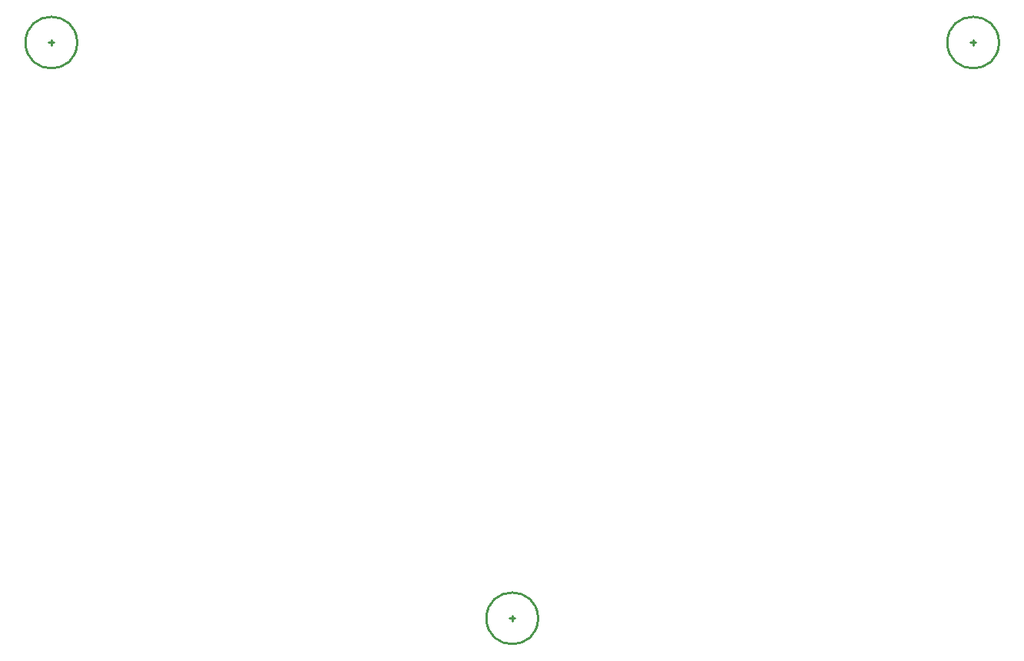
<source format=gbr>
G04*
G04 #@! TF.GenerationSoftware,Altium Limited,Altium Designer,22.4.2 (48)*
G04*
G04 Layer_Color=32768*
%FSLAX24Y24*%
%MOIN*%
G70*
G04*
G04 #@! TF.SameCoordinates,ED83B53D-03BE-4A71-8F10-75A6417481AF*
G04*
G04*
G04 #@! TF.FilePolarity,Positive*
G04*
G01*
G75*
%ADD11C,0.0100*%
D11*
X11119Y35000D02*
G03*
X11119Y35000I-1119J0D01*
G01*
X51119D02*
G03*
X51119Y35000I-1119J0D01*
G01*
X31119Y10000D02*
G03*
X31119Y10000I-1119J0D01*
G01*
X10000Y34882D02*
Y35118D01*
X9882Y35000D02*
X10118D01*
X50000Y34882D02*
Y35118D01*
X49882Y35000D02*
X50118D01*
X30000Y9882D02*
Y10118D01*
X29882Y10000D02*
X30118D01*
M02*

</source>
